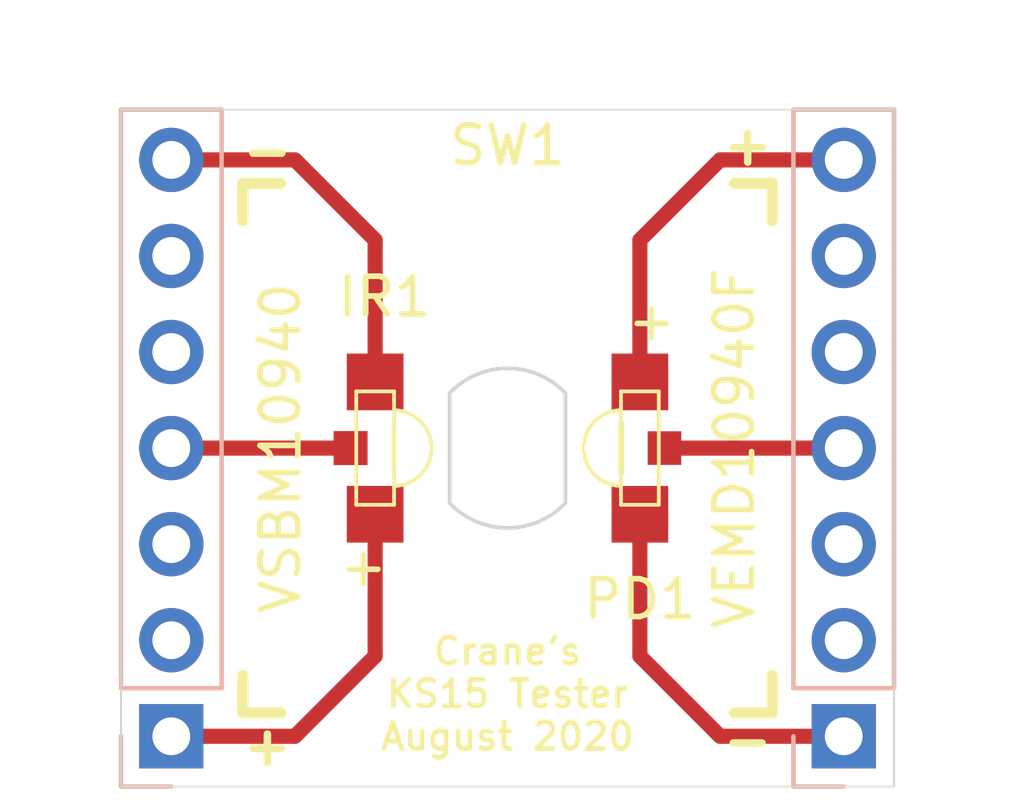
<source format=kicad_pcb>
(kicad_pcb (version 20171130) (host pcbnew "(5.1.4)-1")

  (general
    (thickness 1.6)
    (drawings 9)
    (tracks 14)
    (zones 0)
    (modules 5)
    (nets 13)
  )

  (page A4)
  (layers
    (0 F.Cu signal)
    (31 B.Cu signal)
    (32 B.Adhes user)
    (33 F.Adhes user)
    (34 B.Paste user)
    (35 F.Paste user)
    (36 B.SilkS user)
    (37 F.SilkS user)
    (38 B.Mask user)
    (39 F.Mask user)
    (40 Dwgs.User user)
    (41 Cmts.User user)
    (42 Eco1.User user)
    (43 Eco2.User user)
    (44 Edge.Cuts user)
    (45 Margin user)
    (46 B.CrtYd user)
    (47 F.CrtYd user)
    (48 B.Fab user)
    (49 F.Fab user)
  )

  (setup
    (last_trace_width 0.4)
    (user_trace_width 0.4)
    (trace_clearance 0.2)
    (zone_clearance 0.508)
    (zone_45_only no)
    (trace_min 0.2)
    (via_size 0.8)
    (via_drill 0.4)
    (via_min_size 0.4)
    (via_min_drill 0.3)
    (uvia_size 0.3)
    (uvia_drill 0.1)
    (uvias_allowed no)
    (uvia_min_size 0.2)
    (uvia_min_drill 0.1)
    (edge_width 0.05)
    (segment_width 0.2)
    (pcb_text_width 0.3)
    (pcb_text_size 1.5 1.5)
    (mod_edge_width 0.12)
    (mod_text_size 1 1)
    (mod_text_width 0.15)
    (pad_size 1.7 1.7)
    (pad_drill 1)
    (pad_to_mask_clearance 0.051)
    (solder_mask_min_width 0.25)
    (aux_axis_origin 0 0)
    (grid_origin 152.4 101.6)
    (visible_elements FFFFFF7F)
    (pcbplotparams
      (layerselection 0x010fc_ffffffff)
      (usegerberextensions false)
      (usegerberattributes false)
      (usegerberadvancedattributes false)
      (creategerberjobfile false)
      (excludeedgelayer true)
      (linewidth 0.100000)
      (plotframeref false)
      (viasonmask false)
      (mode 1)
      (useauxorigin false)
      (hpglpennumber 1)
      (hpglpenspeed 20)
      (hpglpendiameter 15.000000)
      (psnegative false)
      (psa4output false)
      (plotreference true)
      (plotvalue true)
      (plotinvisibletext false)
      (padsonsilk false)
      (subtractmaskfromsilk false)
      (outputformat 1)
      (mirror false)
      (drillshape 1)
      (scaleselection 1)
      (outputdirectory ""))
  )

  (net 0 "")
  (net 1 "Net-(IR1-Pad1)")
  (net 2 "Net-(IR1-Pad2)")
  (net 3 "Net-(J1-Pad6)")
  (net 4 "Net-(J1-Pad5)")
  (net 5 "Net-(J1-Pad3)")
  (net 6 "Net-(J1-Pad2)")
  (net 7 "Net-(J2-Pad1)")
  (net 8 "Net-(J2-Pad2)")
  (net 9 "Net-(J2-Pad3)")
  (net 10 "Net-(J2-Pad5)")
  (net 11 "Net-(J2-Pad6)")
  (net 12 "Net-(J2-Pad7)")

  (net_class Default "This is the default net class."
    (clearance 0.2)
    (trace_width 0.25)
    (via_dia 0.8)
    (via_drill 0.4)
    (uvia_dia 0.3)
    (uvia_drill 0.1)
    (add_net "Net-(IR1-Pad1)")
    (add_net "Net-(IR1-Pad2)")
    (add_net "Net-(J1-Pad2)")
    (add_net "Net-(J1-Pad3)")
    (add_net "Net-(J1-Pad5)")
    (add_net "Net-(J1-Pad6)")
    (add_net "Net-(J2-Pad1)")
    (add_net "Net-(J2-Pad2)")
    (add_net "Net-(J2-Pad3)")
    (add_net "Net-(J2-Pad5)")
    (add_net "Net-(J2-Pad6)")
    (add_net "Net-(J2-Pad7)")
  )

  (module Gateron_Optical:DIO_VSMB10940 (layer F.Cu) (tedit 5F2E43FD) (tstamp 5F2EA136)
    (at 152.4 101.6)
    (path /5F2EEA43)
    (fp_text reference IR1 (at -3.25 -4) (layer F.SilkS)
      (effects (font (size 1 1) (thickness 0.15)))
    )
    (fp_text value VSBM10940 (at -6 0 90) (layer F.SilkS)
      (effects (font (size 1 1) (thickness 0.15)))
    )
    (fp_text user + (at -3.81 3.13) (layer F.SilkS)
      (effects (font (size 1 1) (thickness 0.15)))
    )
    (fp_line (start -2 1) (end -3 1) (layer F.Fab) (width 0.127))
    (fp_line (start -2 -1) (end -2 1) (layer F.Fab) (width 0.127))
    (fp_line (start -3 -1) (end -2 -1) (layer F.Fab) (width 0.127))
    (fp_line (start -4.85 -2.75) (end -1.75 -2.75) (layer F.CrtYd) (width 0.05))
    (fp_line (start -4.85 2.75) (end -4.85 -2.75) (layer F.CrtYd) (width 0.05))
    (fp_line (start -1.75 2.75) (end -4.85 2.75) (layer F.CrtYd) (width 0.05))
    (fp_line (start -1.75 -2.75) (end -1.75 2.75) (layer F.CrtYd) (width 0.05))
    (fp_line (start -3 -0.5) (end -3 0.5) (layer F.SilkS) (width 0.127))
    (fp_line (start -4 -1.5) (end -3 -1.5) (layer F.Fab) (width 0.127))
    (fp_line (start -4 1.5) (end -4 -1.5) (layer F.Fab) (width 0.127))
    (fp_line (start -3 1.5) (end -4 1.5) (layer F.Fab) (width 0.127))
    (fp_line (start -3 1) (end -3 1.5) (layer F.Fab) (width 0.127))
    (fp_line (start -3 -1) (end -3 1) (layer F.Fab) (width 0.127))
    (fp_line (start -3 -1.5) (end -3 -1) (layer F.Fab) (width 0.127))
    (pad S smd rect (at -4.15 0 270) (size 0.9 0.9) (layers F.Cu F.Paste F.Mask))
    (pad 2 smd rect (at -3.5 1.75 270) (size 1.5 1.5) (layers F.Cu F.Paste F.Mask)
      (net 2 "Net-(IR1-Pad2)"))
    (pad 1 smd rect (at -3.5 -1.75 270) (size 1.5 1.5) (layers F.Cu F.Paste F.Mask)
      (net 1 "Net-(IR1-Pad1)"))
  )

  (module Gateron_Optical:VEMD10940F (layer F.Cu) (tedit 5F2E43DB) (tstamp 5F2EA186)
    (at 152.4 101.6)
    (path /5F2ECCB6)
    (fp_text reference PD1 (at 3.5 4 180) (layer F.SilkS)
      (effects (font (size 1 1) (thickness 0.15)))
    )
    (fp_text value VEMD10940F (at 6 0 90) (layer F.SilkS)
      (effects (font (size 1 1) (thickness 0.15)))
    )
    (fp_line (start 1.75 2.75) (end 1.75 -2.75) (layer F.CrtYd) (width 0.05))
    (fp_line (start 1.75 -2.75) (end 4.85 -2.75) (layer F.CrtYd) (width 0.05))
    (fp_line (start 4.85 -2.75) (end 4.85 2.75) (layer F.CrtYd) (width 0.05))
    (fp_line (start 4.85 2.75) (end 1.75 2.75) (layer F.CrtYd) (width 0.05))
    (fp_line (start 2 1) (end 2 -1) (layer F.Fab) (width 0.127))
    (fp_line (start 3 1) (end 2 1) (layer F.Fab) (width 0.127))
    (fp_line (start 2 -1) (end 3 -1) (layer F.Fab) (width 0.127))
    (fp_text user + (at 3.81 -3.37) (layer F.SilkS)
      (effects (font (size 1 1) (thickness 0.15)))
    )
    (fp_line (start 3.0047 0) (end 3.0047 -0.66796) (layer F.SilkS) (width 0.1524))
    (fp_line (start 3.0047 0) (end 3.0047 0.66796) (layer F.SilkS) (width 0.1524))
    (fp_line (start 3.9953 1.4986) (end 3.0047 1.4986) (layer F.Fab) (width 0.1524))
    (fp_line (start 3.9953 -1.4986) (end 3.0047 -1.4986) (layer F.Fab) (width 0.1524))
    (fp_line (start 3.9953 0) (end 3.9953 -1.4986) (layer F.Fab) (width 0.1524))
    (fp_line (start 3.0047 0) (end 3.0047 -1.4986) (layer F.Fab) (width 0.1524))
    (fp_line (start 3.9953 0) (end 3.9953 1.4986) (layer F.Fab) (width 0.1524))
    (fp_line (start 3.0047 0) (end 3.0047 1.4986) (layer F.Fab) (width 0.1524))
    (fp_line (start 3.7413 1.4986) (end 3.9953 1.2446) (layer F.Fab) (width 0.1524))
    (pad 2 smd rect (at 3.5 -1.75 180) (size 1.4986 1.4986) (layers F.Cu F.Paste F.Mask)
      (net 12 "Net-(J2-Pad7)"))
    (pad S smd rect (at 4.15 0 180) (size 0.889 0.889) (layers F.Cu F.Paste F.Mask))
    (pad 1 smd rect (at 3.5 1.75 180) (size 1.4986 1.4986) (layers F.Cu F.Paste F.Mask)
      (net 7 "Net-(J2-Pad1)"))
  )

  (module Connector_PinHeader_2.54mm:PinHeader_1x07_P2.54mm_Vertical (layer B.Cu) (tedit 5F2E442C) (tstamp 5F2EA151)
    (at 143.51 109.22)
    (descr "Through hole straight pin header, 1x07, 2.54mm pitch, single row")
    (tags "Through hole pin header THT 1x07 2.54mm single row")
    (path /5F2E80E3)
    (fp_text reference J1 (at 0 0) (layer F.Fab) hide
      (effects (font (size 1 1) (thickness 0.15)) (justify left))
    )
    (fp_text value "IR Breakout" (at 0 -17.57) (layer B.Fab)
      (effects (font (size 1 1) (thickness 0.15)) (justify mirror))
    )
    (fp_text user %R (at 0 -7.62 -90) (layer B.Fab)
      (effects (font (size 1 1) (thickness 0.15)) (justify mirror))
    )
    (fp_line (start 1.8 1.8) (end -1.8 1.8) (layer B.CrtYd) (width 0.05))
    (fp_line (start 1.8 -17.05) (end 1.8 1.8) (layer B.CrtYd) (width 0.05))
    (fp_line (start -1.8 -17.05) (end 1.8 -17.05) (layer B.CrtYd) (width 0.05))
    (fp_line (start -1.8 1.8) (end -1.8 -17.05) (layer B.CrtYd) (width 0.05))
    (fp_line (start -1.33 1.33) (end 0 1.33) (layer B.SilkS) (width 0.12))
    (fp_line (start -1.33 0) (end -1.33 1.33) (layer B.SilkS) (width 0.12))
    (fp_line (start -1.33 -1.27) (end 1.33 -1.27) (layer B.SilkS) (width 0.12))
    (fp_line (start 1.33 -1.27) (end 1.33 -16.57) (layer B.SilkS) (width 0.12))
    (fp_line (start -1.33 -1.27) (end -1.33 -16.57) (layer B.SilkS) (width 0.12))
    (fp_line (start -1.33 -16.57) (end 1.33 -16.57) (layer B.SilkS) (width 0.12))
    (fp_line (start -1.27 0.635) (end -0.635 1.27) (layer B.Fab) (width 0.1))
    (fp_line (start -1.27 -16.51) (end -1.27 0.635) (layer B.Fab) (width 0.1))
    (fp_line (start 1.27 -16.51) (end -1.27 -16.51) (layer B.Fab) (width 0.1))
    (fp_line (start 1.27 1.27) (end 1.27 -16.51) (layer B.Fab) (width 0.1))
    (fp_line (start -0.635 1.27) (end 1.27 1.27) (layer B.Fab) (width 0.1))
    (pad 7 thru_hole oval (at 0 -15.24) (size 1.7 1.7) (drill 1) (layers *.Cu *.Mask)
      (net 1 "Net-(IR1-Pad1)"))
    (pad 6 thru_hole oval (at 0 -12.7) (size 1.7 1.7) (drill 1) (layers *.Cu *.Mask)
      (net 3 "Net-(J1-Pad6)"))
    (pad 5 thru_hole oval (at 0 -10.16) (size 1.7 1.7) (drill 1) (layers *.Cu *.Mask)
      (net 4 "Net-(J1-Pad5)"))
    (pad 4 thru_hole oval (at 0 -7.62) (size 1.7 1.7) (drill 1) (layers *.Cu *.Mask))
    (pad 3 thru_hole oval (at 0 -5.08) (size 1.7 1.7) (drill 1) (layers *.Cu *.Mask)
      (net 5 "Net-(J1-Pad3)"))
    (pad 2 thru_hole oval (at 0 -2.54) (size 1.7 1.7) (drill 1) (layers *.Cu *.Mask)
      (net 6 "Net-(J1-Pad2)"))
    (pad 1 thru_hole rect (at 0 0) (size 1.7 1.7) (drill 1) (layers *.Cu *.Mask)
      (net 2 "Net-(IR1-Pad2)"))
    (model ${KISYS3DMOD}/Connector_PinHeader_2.54mm.3dshapes/PinHeader_1x07_P2.54mm_Vertical.wrl
      (at (xyz 0 0 0))
      (scale (xyz 1 1 1))
      (rotate (xyz 0 0 0))
    )
  )

  (module Connector_PinHeader_2.54mm:PinHeader_1x07_P2.54mm_Vertical (layer B.Cu) (tedit 5F2E4433) (tstamp 5F2EA16C)
    (at 161.29 109.22)
    (descr "Through hole straight pin header, 1x07, 2.54mm pitch, single row")
    (tags "Through hole pin header THT 1x07 2.54mm single row")
    (path /5F2E391B)
    (fp_text reference J2 (at -2 0.25) (layer F.Fab) hide
      (effects (font (size 1 1) (thickness 0.15)) (justify right))
    )
    (fp_text value "PD Breakout" (at 0 -17.57) (layer B.Fab)
      (effects (font (size 1 1) (thickness 0.15)) (justify mirror))
    )
    (fp_line (start -0.635 1.27) (end 1.27 1.27) (layer B.Fab) (width 0.1))
    (fp_line (start 1.27 1.27) (end 1.27 -16.51) (layer B.Fab) (width 0.1))
    (fp_line (start 1.27 -16.51) (end -1.27 -16.51) (layer B.Fab) (width 0.1))
    (fp_line (start -1.27 -16.51) (end -1.27 0.635) (layer B.Fab) (width 0.1))
    (fp_line (start -1.27 0.635) (end -0.635 1.27) (layer B.Fab) (width 0.1))
    (fp_line (start -1.33 -16.57) (end 1.33 -16.57) (layer B.SilkS) (width 0.12))
    (fp_line (start -1.33 -1.27) (end -1.33 -16.57) (layer B.SilkS) (width 0.12))
    (fp_line (start 1.33 -1.27) (end 1.33 -16.57) (layer B.SilkS) (width 0.12))
    (fp_line (start -1.33 -1.27) (end 1.33 -1.27) (layer B.SilkS) (width 0.12))
    (fp_line (start -1.33 0) (end -1.33 1.33) (layer B.SilkS) (width 0.12))
    (fp_line (start -1.33 1.33) (end 0 1.33) (layer B.SilkS) (width 0.12))
    (fp_line (start -1.8 1.8) (end -1.8 -17.05) (layer B.CrtYd) (width 0.05))
    (fp_line (start -1.8 -17.05) (end 1.8 -17.05) (layer B.CrtYd) (width 0.05))
    (fp_line (start 1.8 -17.05) (end 1.8 1.8) (layer B.CrtYd) (width 0.05))
    (fp_line (start 1.8 1.8) (end -1.8 1.8) (layer B.CrtYd) (width 0.05))
    (fp_text user %R (at 0 -7.62 -90) (layer B.Fab)
      (effects (font (size 1 1) (thickness 0.15)) (justify mirror))
    )
    (pad 1 thru_hole rect (at 0 0) (size 1.7 1.7) (drill 1) (layers *.Cu *.Mask)
      (net 7 "Net-(J2-Pad1)"))
    (pad 2 thru_hole oval (at 0 -2.54) (size 1.7 1.7) (drill 1) (layers *.Cu *.Mask)
      (net 8 "Net-(J2-Pad2)"))
    (pad 3 thru_hole oval (at 0 -5.08) (size 1.7 1.7) (drill 1) (layers *.Cu *.Mask)
      (net 9 "Net-(J2-Pad3)"))
    (pad 4 thru_hole oval (at 0 -7.62) (size 1.7 1.7) (drill 1) (layers *.Cu *.Mask))
    (pad 5 thru_hole oval (at 0 -10.16) (size 1.7 1.7) (drill 1) (layers *.Cu *.Mask)
      (net 10 "Net-(J2-Pad5)"))
    (pad 6 thru_hole oval (at 0 -12.7) (size 1.7 1.7) (drill 1) (layers *.Cu *.Mask)
      (net 11 "Net-(J2-Pad6)"))
    (pad 7 thru_hole oval (at 0 -15.24) (size 1.7 1.7) (drill 1) (layers *.Cu *.Mask)
      (net 12 "Net-(J2-Pad7)"))
    (model ${KISYS3DMOD}/Connector_PinHeader_2.54mm.3dshapes/PinHeader_1x07_P2.54mm_Vertical.wrl
      (at (xyz 0 0 0))
      (scale (xyz 1 1 1))
      (rotate (xyz 0 0 0))
    )
  )

  (module Gateron_Optical:Gateron_Optical (layer F.Cu) (tedit 5F2E3F51) (tstamp 5F2EB510)
    (at 152.4 101.6)
    (path /5F30123B)
    (fp_text reference SW1 (at 0 -8) (layer F.SilkS)
      (effects (font (size 1 1) (thickness 0.15)))
    )
    (fp_text value Gateron_KS15_Optical (at 0 -11) (layer F.Fab)
      (effects (font (size 1 1) (thickness 0.15)))
    )
    (fp_line (start 7 7) (end 7 6) (layer F.SilkS) (width 0.3))
    (fp_line (start 7 7) (end 6 7) (layer F.SilkS) (width 0.3))
    (fp_line (start -7 7) (end -6 7) (layer F.SilkS) (width 0.3))
    (fp_line (start -7 7) (end -7 6) (layer F.SilkS) (width 0.3))
    (fp_line (start 7 -6) (end 7 -7) (layer F.SilkS) (width 0.3))
    (fp_line (start 7 -7) (end 6 -7) (layer F.SilkS) (width 0.3))
    (fp_line (start -7 -7) (end -6 -7) (layer F.SilkS) (width 0.3))
    (fp_line (start -7 -7) (end -7 -6) (layer F.SilkS) (width 0.3))
    (fp_line (start 9.525 9.525) (end 9.525 -9.525) (layer Dwgs.User) (width 0.12))
    (fp_line (start -9.525 9.525) (end 9.525 9.525) (layer Dwgs.User) (width 0.12))
    (fp_line (start -9.525 -9.525) (end -9.525 9.525) (layer Dwgs.User) (width 0.12))
    (fp_line (start 9.525 -9.525) (end -9.525 -9.525) (layer Dwgs.User) (width 0.12))
    (fp_arc (start 0 0) (end -1.529999 1.452999) (angle -93) (layer Edge.Cuts) (width 0.1))
    (fp_arc (start 0 0) (end 1.529999 -1.452999) (angle -93) (layer Edge.Cuts) (width 0.1))
    (fp_line (start 1.53 -1.453) (end 1.53 1.453) (layer Edge.Cuts) (width 0.1))
    (fp_line (start -1.53 1.453) (end -1.53 -1.453) (layer Edge.Cuts) (width 0.1))
    (fp_arc (start 3 0) (end 3 -0.999999) (angle -180) (layer F.SilkS) (width 0.1))
    (fp_line (start 4 1.5) (end 4 -1.499999) (layer F.SilkS) (width 0.1))
    (fp_line (start 3 1.5) (end 4 1.5) (layer F.SilkS) (width 0.1))
    (fp_line (start 3 -1.499999) (end 3 1.5) (layer F.SilkS) (width 0.1))
    (fp_line (start 4 -1.499999) (end 3 -1.499999) (layer F.SilkS) (width 0.1))
    (fp_arc (start -3 0) (end -3 0.999999) (angle -180.0000042) (layer F.SilkS) (width 0.1))
    (fp_line (start -3 1.5) (end -3 -1.5) (layer F.SilkS) (width 0.1))
    (fp_line (start -4 1.5) (end -3 1.5) (layer F.SilkS) (width 0.1))
    (fp_line (start -4 -1.5) (end -4 1.5) (layer F.SilkS) (width 0.1))
    (fp_line (start -3 -1.5) (end -4 -1.5) (layer F.SilkS) (width 0.1))
    (fp_line (start 4.55 3.21) (end 4.55 -2.62) (layer Dwgs.User) (width 0.1))
    (fp_line (start -4.55 3.21) (end 4.55 3.21) (layer Dwgs.User) (width 0.1))
    (fp_line (start -4.55 -2.62) (end -4.55 3.21) (layer Dwgs.User) (width 0.1))
    (fp_line (start 4.55 -2.62) (end -4.55 -2.62) (layer Dwgs.User) (width 0.1))
  )

  (gr_text "Crane's\nKS15 Tester\nAugust 2020" (at 152.4 108.1) (layer F.SilkS)
    (effects (font (size 0.7 0.7) (thickness 0.127)))
  )
  (gr_text - (at 158.75 109.47 180) (layer F.SilkS) (tstamp 5F2EC541)
    (effects (font (size 1 1) (thickness 0.2)))
  )
  (gr_text - (at 146.05 93.73) (layer F.SilkS) (tstamp 5F2EC541)
    (effects (font (size 1 1) (thickness 0.2)))
  )
  (gr_text + (at 158.75 93.73 180) (layer F.SilkS) (tstamp 5F2EC51A)
    (effects (font (size 1 1) (thickness 0.2)))
  )
  (gr_text + (at 146.05 109.47) (layer F.SilkS)
    (effects (font (size 1 1) (thickness 0.2)))
  )
  (gr_line (start 162.62 110.55) (end 142.18 110.55) (layer Edge.Cuts) (width 0.05) (tstamp 5F2EAE9F))
  (gr_line (start 162.62 92.65) (end 162.62 110.55) (layer Edge.Cuts) (width 0.05))
  (gr_line (start 142.18 92.65) (end 162.62 92.65) (layer Edge.Cuts) (width 0.05))
  (gr_line (start 142.18 110.55) (end 142.18 92.65) (layer Edge.Cuts) (width 0.05))

  (segment (start 148.25 101.6) (end 143.51 101.6) (width 0.4) (layer F.Cu) (net 0))
  (segment (start 156.55 101.6) (end 161.29 101.6) (width 0.4) (layer F.Cu) (net 0))
  (segment (start 146.78 93.98) (end 143.51 93.98) (width 0.4) (layer F.Cu) (net 1))
  (segment (start 148.9 99.85) (end 148.9 96.1) (width 0.4) (layer F.Cu) (net 1))
  (segment (start 148.9 96.1) (end 146.78 93.98) (width 0.4) (layer F.Cu) (net 1))
  (segment (start 146.78 109.22) (end 143.51 109.22) (width 0.4) (layer F.Cu) (net 2))
  (segment (start 148.9 103.35) (end 148.9 107.1) (width 0.4) (layer F.Cu) (net 2))
  (segment (start 148.9 107.1) (end 146.78 109.22) (width 0.4) (layer F.Cu) (net 2))
  (segment (start 158.02 109.22) (end 161.29 109.22) (width 0.4) (layer F.Cu) (net 7))
  (segment (start 155.9 103.35) (end 155.9 107.1) (width 0.4) (layer F.Cu) (net 7))
  (segment (start 155.9 107.1) (end 158.02 109.22) (width 0.4) (layer F.Cu) (net 7))
  (segment (start 158.02 93.98) (end 161.29 93.98) (width 0.4) (layer F.Cu) (net 12))
  (segment (start 155.9 99.85) (end 155.9 96.1) (width 0.4) (layer F.Cu) (net 12))
  (segment (start 155.9 96.1) (end 158.02 93.98) (width 0.4) (layer F.Cu) (net 12))

)

</source>
